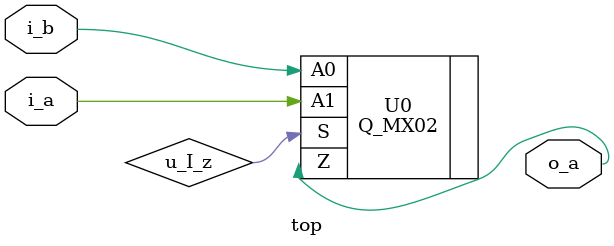
<source format=v>

module top ( i_a, i_b, o_a);
// pragma CVASTRPROP MODULE HDLICE HDL_MODULE_ATTRIBUTE "0 vlog atb"
input i_a;
input i_b;
output o_a;
wire u_I_z;
Q_MX02 U0 ( .S(u_I_z), .A0(i_b), .A1(i_a), .Z(o_a));
`ifdef Q_DISPLAY_BUFFER_USE
`ifdef CBV
`else
Q_DISPLAY_BUFFER Q_DISPLAY_BUFFER ();
`endif
`endif
`ifdef Q_HDL_ROOT_USE
Q_HDL_ROOT Q_HDL_ROOT ();
`endif
endmodule

</source>
